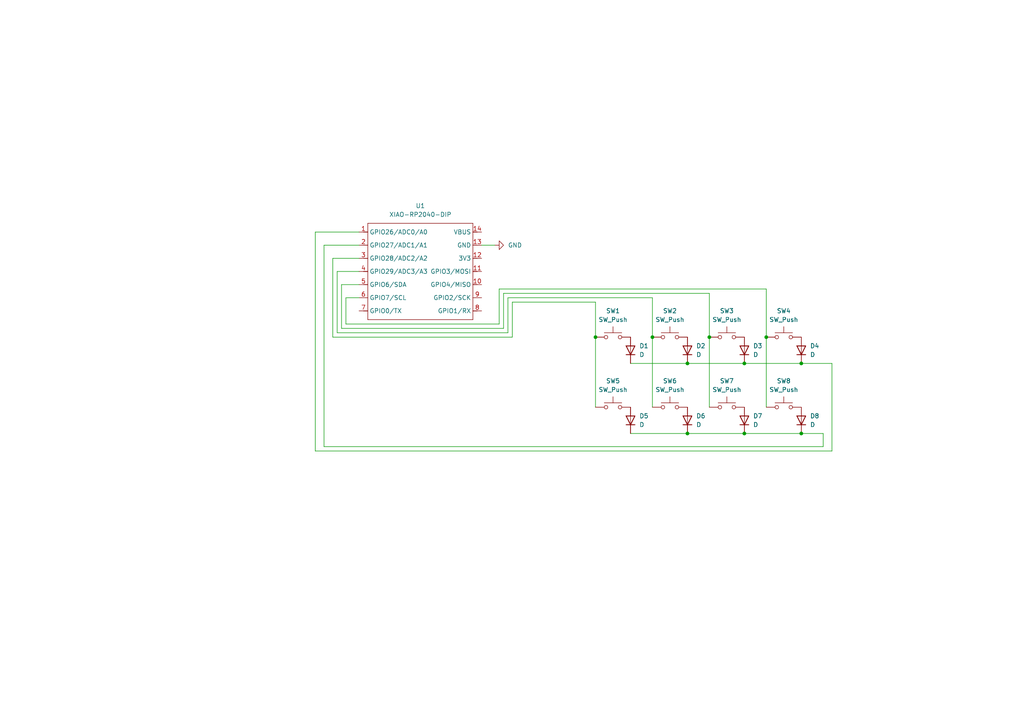
<source format=kicad_sch>
(kicad_sch (version 20250114) (generator "eeschema") (generator_version "9.0")
  (paper "A4")
  (lib_symbols
    (symbol "Device:D" (pin_numbers (hide yes)) (pin_names (offset 1.016) (hide yes))
      (property "Reference" "D" (at 0 2.54 0))
      (property "Value" "D" (at 0 -2.54 0))
      (symbol "D_0_1"
        (polyline (pts (xy -1.27 1.27) (xy -1.27 -1.27)) (stroke (width 0.254)))
        (polyline (pts (xy 1.27 1.27) (xy 1.27 -1.27) (xy -1.27 0) (xy 1.27 1.27)) (stroke (width 0.254)))
        (polyline (pts (xy 1.27 0) (xy -1.27 0)))
      )
      (symbol "D_1_1"
        (pin passive line (at -3.81 0 0) (length 2.54) (name "K") (number "1"))
        (pin passive line (at 3.81 0 180) (length 2.54) (name "A") (number "2"))
      )
    )
    (symbol "Seeed_Studio_XIAO_Series:XIAO-RP2040-DIP"
      (property "Reference" "U" (at 0 0 0))
      (property "Value" "XIAO-RP2040-DIP" (at 5.334 -1.778 0))
      (symbol "XIAO-RP2040-DIP_1_0"
        (polyline (pts (xy -1.27 -2.54) (xy 29.21 -2.54)) (stroke (width 0.1524)))
        (polyline (pts (xy -1.27 -5.08) (xy -2.54 -5.08)) (stroke (width 0.1524)))
        (polyline (pts (xy -1.27 -5.08) (xy -1.27 -2.54)) (stroke (width 0.1524)))
        (polyline (pts (xy -1.27 -8.89) (xy -2.54 -8.89)) (stroke (width 0.1524)))
        (polyline (pts (xy -1.27 -8.89) (xy -1.27 -5.08)) (stroke (width 0.1524)))
        (polyline (pts (xy -1.27 -12.7) (xy -2.54 -12.7)) (stroke (width 0.1524)))
        (polyline (pts (xy -1.27 -12.7) (xy -1.27 -8.89)) (stroke (width 0.1524)))
        (polyline (pts (xy -1.27 -16.51) (xy -2.54 -16.51)) (stroke (width 0.1524)))
        (polyline (pts (xy -1.27 -16.51) (xy -1.27 -12.7)) (stroke (width 0.1524)))
        (polyline (pts (xy -1.27 -20.32) (xy -2.54 -20.32)) (stroke (width 0.1524)))
        (polyline (pts (xy -1.27 -24.13) (xy -2.54 -24.13)) (stroke (width 0.1524)))
        (polyline (pts (xy -1.27 -27.94) (xy -2.54 -27.94)) (stroke (width 0.1524)))
        (polyline (pts (xy -1.27 -30.48) (xy -1.27 -16.51)) (stroke (width 0.1524)))
        (polyline (pts (xy 29.21 -2.54) (xy 29.21 -5.08)) (stroke (width 0.1524)))
        (polyline (pts (xy 29.21 -5.08) (xy 29.21 -8.89)) (stroke (width 0.1524)))
        (polyline (pts (xy 29.21 -8.89) (xy 29.21 -12.7)) (stroke (width 0.1524)))
        (polyline (pts (xy 29.21 -12.7) (xy 29.21 -30.48)) (stroke (width 0.1524)))
        (polyline (pts (xy 29.21 -30.48) (xy -1.27 -30.48)) (stroke (width 0.1524)))
        (polyline (pts (xy 30.48 -5.08) (xy 29.21 -5.08)) (stroke (width 0.1524)))
        (polyline (pts (xy 30.48 -8.89) (xy 29.21 -8.89)) (stroke (width 0.1524)))
        (polyline (pts (xy 30.48 -12.7) (xy 29.21 -12.7)) (stroke (width 0.1524)))
        (polyline (pts (xy 30.48 -16.51) (xy 29.21 -16.51)) (stroke (width 0.1524)))
        (polyline (pts (xy 30.48 -20.32) (xy 29.21 -20.32)) (stroke (width 0.1524)))
        (polyline (pts (xy 30.48 -24.13) (xy 29.21 -24.13)) (stroke (width 0.1524)))
        (polyline (pts (xy 30.48 -27.94) (xy 29.21 -27.94)) (stroke (width 0.1524)))
        (pin passive line (at -3.81 -5.08 0) (length 2.54) (name "GPIO26/ADC0/A0") (number "1"))
        (pin passive line (at -3.81 -8.89 0) (length 2.54) (name "GPIO27/ADC1/A1") (number "2"))
        (pin passive line (at -3.81 -12.7 0) (length 2.54) (name "GPIO28/ADC2/A2") (number "3"))
        (pin passive line (at -3.81 -16.51 0) (length 2.54) (name "GPIO29/ADC3/A3") (number "4"))
        (pin passive line (at -3.81 -20.32 0) (length 2.54) (name "GPIO6/SDA") (number "5"))
        (pin passive line (at -3.81 -24.13 0) (length 2.54) (name "GPIO7/SCL") (number "6"))
        (pin passive line (at -3.81 -27.94 0) (length 2.54) (name "GPIO0/TX") (number "7"))
        (pin passive line (at 31.75 -5.08 180) (length 2.54) (name "VBUS") (number "14"))
        (pin passive line (at 31.75 -8.89 180) (length 2.54) (name "GND") (number "13"))
        (pin passive line (at 31.75 -12.7 180) (length 2.54) (name "3V3") (number "12"))
        (pin passive line (at 31.75 -16.51 180) (length 2.54) (name "GPIO3/MOSI") (number "11"))
        (pin passive line (at 31.75 -20.32 180) (length 2.54) (name "GPIO4/MISO") (number "10"))
        (pin passive line (at 31.75 -24.13 180) (length 2.54) (name "GPIO2/SCK") (number "9"))
        (pin passive line (at 31.75 -27.94 180) (length 2.54) (name "GPIO1/RX") (number "8"))
      )
    )
    (symbol "Switch:SW_Push" (pin_numbers (hide yes)) (pin_names (offset 1.016) (hide yes))
      (property "Reference" "SW" (at 1.27 2.54 0))
      (property "Value" "SW_Push" (at 0 -1.524 0))
      (symbol "SW_Push_0_1"
        (circle (center -2.032 0) (radius 0.508))
        (polyline (pts (xy 0 1.27) (xy 0 3.048)))
        (circle (center 2.032 0) (radius 0.508))
        (polyline (pts (xy 2.54 1.27) (xy -2.54 1.27)))
        (pin passive line (at -5.08 0 0) (length 2.54) (name "1") (number "1"))
        (pin passive line (at 5.08 0 180) (length 2.54) (name "2") (number "2"))
      )
    )
    (symbol "power:GND" (power) (pin_numbers (hide yes)) (pin_names (offset 0) (hide yes))
      (property "Value" "GND" (at 0 -3.81 0))
      (symbol "GND_0_1"
        (polyline (pts (xy 0 0) (xy 0 -1.27) (xy 1.27 -1.27) (xy 0 -2.54) (xy -1.27 -1.27) (xy 0 -1.27)))
      )
      (symbol "GND_1_1"
        (pin power_in line (at 0 0 270) (length 0) (name "~") (number "1"))
      )
    )
  )
  (junction (at 232.41 125.73))
  (junction (at 172.72 97.79))
  (junction (at 189.23 97.79))
  (junction (at 199.39 105.41))
  (junction (at 232.41 105.41))
  (junction (at 205.74 97.79))
  (junction (at 215.9 125.73))
  (junction (at 222.25 97.79))
  (junction (at 215.9 105.41))
  (junction (at 199.39 125.73))
  (wire (pts (xy 91.44 67.31) (xy 104.14 67.31)))
  (wire (pts (xy 189.23 97.79) (xy 189.23 118.11)))
  (wire (pts (xy 205.74 85.09) (xy 205.74 97.79)))
  (wire (pts (xy 146.05 95.25) (xy 99.06 95.25)))
  (wire (pts (xy 97.79 96.52) (xy 97.79 78.74)))
  (wire (pts (xy 215.9 125.73) (xy 232.41 125.73)))
  (wire (pts (xy 93.98 129.54) (xy 93.98 71.12)))
  (wire (pts (xy 91.44 130.81) (xy 91.44 67.31)))
  (wire (pts (xy 172.72 87.63) (xy 172.72 97.79)))
  (wire (pts (xy 205.74 97.79) (xy 205.74 118.11)))
  (wire (pts (xy 93.98 71.12) (xy 104.14 71.12)))
  (wire (pts (xy 146.05 85.09) (xy 146.05 95.25)))
  (wire (pts (xy 232.41 105.41) (xy 241.3 105.41)))
  (wire (pts (xy 222.25 83.82) (xy 144.78 83.82)))
  (wire (pts (xy 100.33 86.36) (xy 104.14 86.36)))
  (wire (pts (xy 147.32 96.52) (xy 97.79 96.52)))
  (wire (pts (xy 144.78 83.82) (xy 144.78 93.98)))
  (wire (pts (xy 96.52 97.79) (xy 96.52 74.93)))
  (wire (pts (xy 189.23 86.36) (xy 147.32 86.36)))
  (wire (pts (xy 144.78 93.98) (xy 100.33 93.98)))
  (wire (pts (xy 238.76 129.54) (xy 93.98 129.54)))
  (wire (pts (xy 199.39 125.73) (xy 215.9 125.73)))
  (wire (pts (xy 97.79 78.74) (xy 104.14 78.74)))
  (wire (pts (xy 172.72 97.79) (xy 172.72 118.11)))
  (wire (pts (xy 139.7 71.12) (xy 143.51 71.12)))
  (wire (pts (xy 241.3 105.41) (xy 241.3 130.81)))
  (wire (pts (xy 147.32 86.36) (xy 147.32 96.52)))
  (wire (pts (xy 96.52 74.93) (xy 104.14 74.93)))
  (wire (pts (xy 199.39 105.41) (xy 215.9 105.41)))
  (wire (pts (xy 148.59 97.79) (xy 96.52 97.79)))
  (wire (pts (xy 222.25 83.82) (xy 222.25 97.79)))
  (wire (pts (xy 205.74 85.09) (xy 146.05 85.09)))
  (wire (pts (xy 232.41 125.73) (xy 238.76 125.73)))
  (wire (pts (xy 99.06 82.55) (xy 104.14 82.55)))
  (wire (pts (xy 148.59 87.63) (xy 148.59 97.79)))
  (wire (pts (xy 172.72 87.63) (xy 148.59 87.63)))
  (wire (pts (xy 215.9 105.41) (xy 232.41 105.41)))
  (wire (pts (xy 222.25 97.79) (xy 222.25 118.11)))
  (wire (pts (xy 99.06 95.25) (xy 99.06 82.55)))
  (wire (pts (xy 241.3 130.81) (xy 91.44 130.81)))
  (wire (pts (xy 182.88 125.73) (xy 199.39 125.73)))
  (wire (pts (xy 100.33 86.36) (xy 100.33 93.98)))
  (wire (pts (xy 182.88 105.41) (xy 199.39 105.41)))
  (wire (pts (xy 238.76 125.73) (xy 238.76 129.54)))
  (wire (pts (xy 189.23 86.36) (xy 189.23 97.79)))
  (symbol (lib_id "Device:D") (at 182.88 101.6 90) (unit 1)
    (property "Reference" "D1" (at 185.42 100.3299 90) (effects (justify right)))
    (property "Value" "D" (at 185.42 102.8699 90) (effects (justify right)))
    (property "Footprint" "Diode_THT:D_DO-35_SOD27_P7.62mm_Horizontal" (effects (hide yes)))
    (property "Description" "Diode" (effects (hide yes)))
    (property "Sim.Device" "D" (effects (hide yes)))
    (property "Sim.Pins" "1=K 2=A" (effects (hide yes)))
  )
  (symbol (lib_id "Switch:SW_Push") (at 194.31 118.11 0) (unit 1)
    (property "Reference" "SW6" (at 194.31 110.49 0))
    (property "Value" "SW_Push" (at 194.31 113.03 0))
    (property "Footprint" "Button_Switch_Keyboard:SW_Cherry_MX_1.00u_PCB" (effects (hide yes)))
    (property "Description" "Push button switch, generic, two pins" (effects (hide yes)))
  )
  (symbol (lib_id "Device:D") (at 232.41 121.92 90) (unit 1)
    (property "Reference" "D8" (at 234.95 120.6499 90) (effects (justify right)))
    (property "Value" "D" (at 234.95 123.1899 90) (effects (justify right)))
    (property "Footprint" "Diode_THT:D_DO-35_SOD27_P7.62mm_Horizontal" (effects (hide yes)))
    (property "Description" "Diode" (effects (hide yes)))
    (property "Sim.Device" "D" (effects (hide yes)))
    (property "Sim.Pins" "1=K 2=A" (effects (hide yes)))
  )
  (symbol (lib_id "Device:D") (at 215.9 121.92 90) (unit 1)
    (property "Reference" "D7" (at 218.44 120.6499 90) (effects (justify right)))
    (property "Value" "D" (at 218.44 123.1899 90) (effects (justify right)))
    (property "Footprint" "Diode_THT:D_DO-35_SOD27_P7.62mm_Horizontal" (effects (hide yes)))
    (property "Description" "Diode" (effects (hide yes)))
    (property "Sim.Device" "D" (effects (hide yes)))
    (property "Sim.Pins" "1=K 2=A" (effects (hide yes)))
  )
  (symbol (lib_id "Switch:SW_Push") (at 194.31 97.79 0) (unit 1)
    (property "Reference" "SW2" (at 194.31 90.17 0))
    (property "Value" "SW_Push" (at 194.31 92.71 0))
    (property "Footprint" "Button_Switch_Keyboard:SW_Cherry_MX_1.00u_PCB" (effects (hide yes)))
    (property "Description" "Push button switch, generic, two pins" (effects (hide yes)))
  )
  (symbol (lib_id "Switch:SW_Push") (at 227.33 97.79 0) (unit 1)
    (property "Reference" "SW4" (at 227.33 90.17 0))
    (property "Value" "SW_Push" (at 227.33 92.71 0))
    (property "Footprint" "Button_Switch_Keyboard:SW_Cherry_MX_1.00u_PCB" (effects (hide yes)))
    (property "Description" "Push button switch, generic, two pins" (effects (hide yes)))
  )
  (symbol (lib_id "Switch:SW_Push") (at 177.8 118.11 0) (unit 1)
    (property "Reference" "SW5" (at 177.8 110.49 0))
    (property "Value" "SW_Push" (at 177.8 113.03 0))
    (property "Footprint" "Button_Switch_Keyboard:SW_Cherry_MX_1.00u_PCB" (effects (hide yes)))
    (property "Description" "Push button switch, generic, two pins" (effects (hide yes)))
  )
  (symbol (lib_id "Device:D") (at 182.88 121.92 90) (unit 1)
    (property "Reference" "D5" (at 185.42 120.6499 90) (effects (justify right)))
    (property "Value" "D" (at 185.42 123.1899 90) (effects (justify right)))
    (property "Footprint" "Diode_THT:D_DO-35_SOD27_P7.62mm_Horizontal" (effects (hide yes)))
    (property "Description" "Diode" (effects (hide yes)))
    (property "Sim.Device" "D" (effects (hide yes)))
    (property "Sim.Pins" "1=K 2=A" (effects (hide yes)))
  )
  (symbol (lib_id "Device:D") (at 215.9 101.6 90) (unit 1)
    (property "Reference" "D3" (at 218.44 100.3299 90) (effects (justify right)))
    (property "Value" "D" (at 218.44 102.8699 90) (effects (justify right)))
    (property "Footprint" "Diode_THT:D_DO-35_SOD27_P7.62mm_Horizontal" (effects (hide yes)))
    (property "Description" "Diode" (effects (hide yes)))
    (property "Sim.Device" "D" (effects (hide yes)))
    (property "Sim.Pins" "1=K 2=A" (effects (hide yes)))
  )
  (symbol (lib_id "Seeed_Studio_XIAO_Series:XIAO-RP2040-DIP") (at 107.95 62.23 0) (unit 1)
    (property "Reference" "U1" (at 121.92 59.69 0))
    (property "Value" "XIAO-RP2040-DIP" (at 121.92 62.23 0))
    (property "Footprint" "OPL:XIAO-RP2040-DIP" (effects (hide yes)))
  )
  (symbol (lib_id "Switch:SW_Push") (at 227.33 118.11 0) (unit 1)
    (property "Reference" "SW8" (at 227.33 110.49 0))
    (property "Value" "SW_Push" (at 227.33 113.03 0))
    (property "Footprint" "Button_Switch_Keyboard:SW_Cherry_MX_1.00u_PCB" (effects (hide yes)))
    (property "Description" "Push button switch, generic, two pins" (effects (hide yes)))
  )
  (symbol (lib_id "Switch:SW_Push") (at 210.82 97.79 0) (unit 1)
    (property "Reference" "SW3" (at 210.82 90.17 0))
    (property "Value" "SW_Push" (at 210.82 92.71 0))
    (property "Footprint" "Button_Switch_Keyboard:SW_Cherry_MX_1.00u_PCB" (effects (hide yes)))
    (property "Description" "Push button switch, generic, two pins" (effects (hide yes)))
  )
  (symbol (lib_id "Switch:SW_Push") (at 210.82 118.11 0) (unit 1)
    (property "Reference" "SW7" (at 210.82 110.49 0))
    (property "Value" "SW_Push" (at 210.82 113.03 0))
    (property "Footprint" "Button_Switch_Keyboard:SW_Cherry_MX_1.00u_PCB" (effects (hide yes)))
    (property "Description" "Push button switch, generic, two pins" (effects (hide yes)))
  )
  (symbol (lib_id "Switch:SW_Push") (at 177.8 97.79 0) (unit 1)
    (property "Reference" "SW1" (at 177.8 90.17 0))
    (property "Value" "SW_Push" (at 177.8 92.71 0))
    (property "Footprint" "Button_Switch_Keyboard:SW_Cherry_MX_1.00u_PCB" (effects (hide yes)))
    (property "Description" "Push button switch, generic, two pins" (effects (hide yes)))
  )
  (symbol (lib_id "Device:D") (at 199.39 121.92 90) (unit 1)
    (property "Reference" "D6" (at 201.93 120.6499 90) (effects (justify right)))
    (property "Value" "D" (at 201.93 123.1899 90) (effects (justify right)))
    (property "Footprint" "Diode_THT:D_DO-35_SOD27_P7.62mm_Horizontal" (effects (hide yes)))
    (property "Description" "Diode" (effects (hide yes)))
    (property "Sim.Device" "D" (effects (hide yes)))
    (property "Sim.Pins" "1=K 2=A" (effects (hide yes)))
  )
  (symbol (lib_id "power:GND") (at 143.51 71.12 90) (unit 1)
    (property "Reference" "#PWR01" (effects (hide yes)))
    (property "Value" "GND" (at 147.32 71.1199 90) (effects (justify right)))
    (property "Description" "Power symbol creates a global label with name \"GND\" , ground" (effects (hide yes)))
  )
  (symbol (lib_id "Device:D") (at 232.41 101.6 90) (unit 1)
    (property "Reference" "D4" (at 234.95 100.3299 90) (effects (justify right)))
    (property "Value" "D" (at 234.95 102.8699 90) (effects (justify right)))
    (property "Footprint" "Diode_THT:D_DO-35_SOD27_P7.62mm_Horizontal" (effects (hide yes)))
    (property "Description" "Diode" (effects (hide yes)))
    (property "Sim.Device" "D" (effects (hide yes)))
    (property "Sim.Pins" "1=K 2=A" (effects (hide yes)))
  )
  (symbol (lib_id "Device:D") (at 199.39 101.6 90) (unit 1)
    (property "Reference" "D2" (at 201.93 100.3299 90) (effects (justify right)))
    (property "Value" "D" (at 201.93 102.8699 90) (effects (justify right)))
    (property "Footprint" "Diode_THT:D_DO-35_SOD27_P7.62mm_Horizontal" (effects (hide yes)))
    (property "Description" "Diode" (effects (hide yes)))
    (property "Sim.Device" "D" (effects (hide yes)))
    (property "Sim.Pins" "1=K 2=A" (effects (hide yes)))
  )
)
</source>
